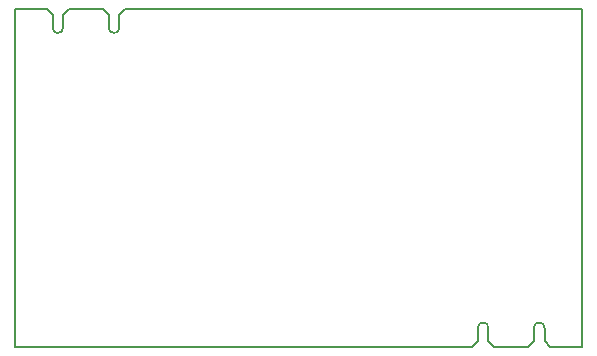
<source format=gbr>
G04 #@! TF.GenerationSoftware,KiCad,Pcbnew,5.0.2-bee76a0~70~ubuntu18.04.1*
G04 #@! TF.CreationDate,2019-05-16T13:37:02+08:00*
G04 #@! TF.ProjectId,require,72657175-6972-4652-9e6b-696361645f70,rev?*
G04 #@! TF.SameCoordinates,Original*
G04 #@! TF.FileFunction,Profile,NP*
%FSLAX46Y46*%
G04 Gerber Fmt 4.6, Leading zero omitted, Abs format (unit mm)*
G04 Created by KiCad (PCBNEW 5.0.2-bee76a0~70~ubuntu18.04.1) date 2019年05月16日 星期四 13时37分02秒*
%MOMM*%
%LPD*%
G01*
G04 APERTURE LIST*
%ADD10C,0.150000*%
G04 APERTURE END LIST*
D10*
X83825000Y-79300000D02*
X86500000Y-79300000D01*
X77175000Y-79300000D02*
X77675000Y-78800000D01*
X79075000Y-79300000D02*
X78575000Y-78800000D01*
X83825000Y-79300000D02*
X83325000Y-78800000D01*
X81925000Y-79300000D02*
X82425000Y-78800000D01*
X81925000Y-79300000D02*
X79075000Y-79300000D01*
X77675000Y-78800000D02*
X77675000Y-77700000D01*
X82425000Y-77700000D02*
G75*
G02X83325000Y-77700000I450000J0D01*
G01*
X83325000Y-78800000D02*
X83325000Y-77700000D01*
X77675000Y-77700000D02*
G75*
G02X78575000Y-77700000I450000J0D01*
G01*
X78575000Y-78800000D02*
X78575000Y-77700000D01*
X82425000Y-78800000D02*
X82425000Y-77700000D01*
X47325000Y-52300000D02*
G75*
G02X46425000Y-52300000I-450000J0D01*
G01*
X42575000Y-52300000D02*
G75*
G02X41675000Y-52300000I-450000J0D01*
G01*
X47825000Y-50700000D02*
X47325000Y-51200000D01*
X45925000Y-50700000D02*
X46425000Y-51200000D01*
X43075000Y-50700000D02*
X42575000Y-51200000D01*
X41175000Y-50700000D02*
X41675000Y-51200000D01*
X47825000Y-50700000D02*
X86500000Y-50700000D01*
X47325000Y-51200000D02*
X47325000Y-52300000D01*
X46425000Y-51200000D02*
X46425000Y-52300000D01*
X43075000Y-50700000D02*
X45925000Y-50700000D01*
X41675000Y-51200000D02*
X41675000Y-52300000D01*
X42575000Y-51200000D02*
X42575000Y-52300000D01*
X86500000Y-50700000D02*
X86500000Y-79300000D01*
X38500000Y-50700000D02*
X38500000Y-79300000D01*
X38500000Y-79300000D02*
X77175000Y-79300000D01*
X38500000Y-50700000D02*
X41175000Y-50700000D01*
M02*

</source>
